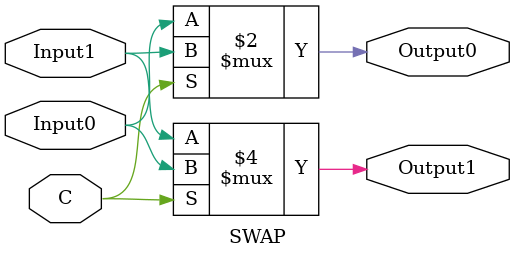
<source format=v>
(* dont_touch = "yes" *)
module SWAP(C, Input0, Input1, Output0, Output1);
input C;
input Input0;
input Input1;
output Output0;
output Output1;

//MUX_2_1 mux0(Input0, Input1, C, Output0);
//MUX_2_1 mux1(Input1, Input0, C, Output1);

assign Output0 = (C == 1'b0) ? Input0 : Input1;
assign Output1 = (C == 1'b0) ? Input1 : Input0;

endmodule
</source>
